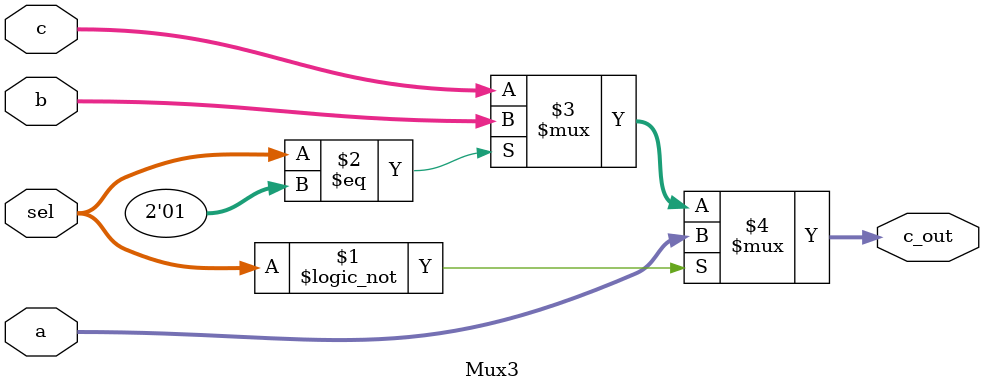
<source format=v>
module Mux3(a, b, c, sel, c_out);

    input [31:0] a, b, c;
    input [1:0] sel;
    output [31:0] c_out;
	

	assign c_out = (sel==2'b00) ? a : (sel==2'b01) ? b : c;


endmodule
</source>
